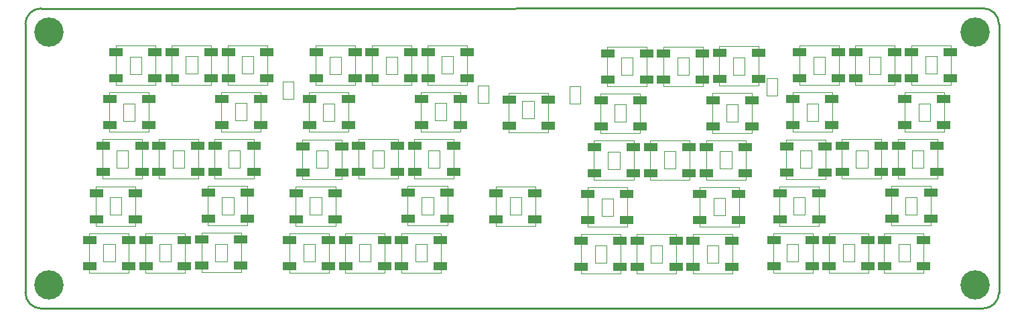
<source format=gts>
G04 Layer_Color=8388736*
%FSLAX42Y42*%
%MOMM*%
G71*
G01*
G75*
%ADD12C,0.25*%
%ADD13C,0.10*%
%ADD23R,1.70X1.10*%
%ADD24C,3.70*%
D12*
X12100Y0D02*
G03*
X12300Y200I0J200D01*
G01*
Y3600D02*
G03*
X12100Y3800I-200J-0D01*
G01*
X0Y200D02*
G03*
X200Y0I200J0D01*
G01*
X200Y3800D02*
G03*
X0Y3600I0J-200D01*
G01*
X12300Y200D02*
Y3600D01*
X200Y3794D02*
X12100Y3800D01*
X0Y200D02*
Y3600D01*
X200Y0D02*
X12100D01*
D13*
X5259Y2971D02*
X5404D01*
X5259Y3191D02*
X5404D01*
Y2971D02*
Y3191D01*
X5259Y2971D02*
Y3191D01*
X11608Y2236D02*
Y2736D01*
X11108Y2236D02*
Y2736D01*
X11608D01*
X11108Y2236D02*
X11608D01*
X11191Y2831D02*
Y3331D01*
X11691Y2831D02*
Y3331D01*
X11191Y2831D02*
X11691D01*
X11191Y3331D02*
X11691D01*
X10984Y2829D02*
Y3329D01*
X10484Y2829D02*
Y3329D01*
X10984D01*
X10484Y2829D02*
X10984D01*
X10317Y1641D02*
Y2141D01*
X10817Y1641D02*
Y2141D01*
X10317Y1641D02*
X10817D01*
X10317Y2141D02*
X10817D01*
X11024Y1642D02*
Y2142D01*
X11524Y1642D02*
Y2142D01*
X11024Y1642D02*
X11524D01*
X11024Y2142D02*
X11524D01*
X11441Y1048D02*
Y1548D01*
X10941Y1048D02*
Y1548D01*
X11441D01*
X10941Y1048D02*
X11441D01*
X11350Y450D02*
Y950D01*
X10850Y450D02*
Y950D01*
X11350D01*
X10850Y450D02*
X11350D01*
X10650D02*
Y950D01*
X10150Y450D02*
Y950D01*
X10650D01*
X10150Y450D02*
X10650D01*
X9450Y450D02*
Y950D01*
X9950Y450D02*
Y950D01*
X9450Y450D02*
X9950D01*
X9450Y950D02*
X9950D01*
X9527Y1045D02*
Y1545D01*
X10027Y1045D02*
Y1545D01*
X9527Y1045D02*
X10027D01*
X9527Y1545D02*
X10027D01*
X9610Y1639D02*
Y2139D01*
X10110Y1639D02*
Y2139D01*
X9610Y1639D02*
X10110D01*
X9610Y2139D02*
X10110D01*
X9694Y2233D02*
Y2733D01*
X10194Y2233D02*
Y2733D01*
X9694Y2233D02*
X10194D01*
X9694Y2733D02*
X10194D01*
X9777Y2827D02*
Y3327D01*
X10277Y2827D02*
Y3327D01*
X9777Y2827D02*
X10277D01*
X9777Y3327D02*
X10277D01*
X8559Y2816D02*
Y3316D01*
X8059Y2816D02*
Y3316D01*
X8559D01*
X8059Y2816D02*
X8559D01*
X8766Y2818D02*
Y3318D01*
X9266Y2818D02*
Y3318D01*
X8766Y2818D02*
X9266D01*
X8766Y3318D02*
X9266D01*
X9182Y2224D02*
Y2724D01*
X8682Y2224D02*
Y2724D01*
X9182D01*
X8682Y2224D02*
X9182D01*
X8599Y1630D02*
Y2130D01*
X9099Y1630D02*
Y2130D01*
X8599Y1630D02*
X9099D01*
X8599Y2130D02*
X9099D01*
X7892Y1628D02*
Y2128D01*
X8392Y1628D02*
Y2128D01*
X7892Y1628D02*
X8392D01*
X7892Y2128D02*
X8392D01*
X9015Y1035D02*
Y1535D01*
X8515Y1035D02*
Y1535D01*
X9015D01*
X8515Y1035D02*
X9015D01*
X8932Y441D02*
Y941D01*
X8432Y441D02*
Y941D01*
X8932D01*
X8432Y441D02*
X8932D01*
X8225Y440D02*
Y940D01*
X7725Y440D02*
Y940D01*
X8225D01*
X7725Y440D02*
X8225D01*
X7018Y438D02*
Y938D01*
X7518Y438D02*
Y938D01*
X7018Y438D02*
X7518D01*
X7018Y938D02*
X7518D01*
X7101Y1032D02*
Y1532D01*
X7601Y1032D02*
Y1532D01*
X7101Y1032D02*
X7601D01*
X7101Y1532D02*
X7601D01*
X7185Y1626D02*
Y2126D01*
X7685Y1626D02*
Y2126D01*
X7185Y1626D02*
X7685D01*
X7185Y2126D02*
X7685D01*
X7268Y2221D02*
Y2721D01*
X7768Y2221D02*
Y2721D01*
X7268Y2221D02*
X7768D01*
X7268Y2721D02*
X7768D01*
X7352Y2815D02*
Y3315D01*
X7852Y2815D02*
Y3315D01*
X7352Y2815D02*
X7852D01*
X7352Y3315D02*
X7852D01*
X6442Y1044D02*
Y1544D01*
X5942Y1044D02*
Y1544D01*
X6442D01*
X5942Y1044D02*
X6442D01*
X6109Y2232D02*
Y2732D01*
X6609Y2232D02*
Y2732D01*
X6109Y2232D02*
X6609D01*
X6109Y2732D02*
X6609D01*
X5498Y2237D02*
Y2737D01*
X4998Y2237D02*
Y2737D01*
X5498D01*
X4998Y2237D02*
X5498D01*
X5082Y2831D02*
Y3331D01*
X5582Y2831D02*
Y3331D01*
X5082Y2831D02*
X5582D01*
X5082Y3331D02*
X5582D01*
X4875Y2829D02*
Y3329D01*
X4375Y2829D02*
Y3329D01*
X4875D01*
X4375Y2829D02*
X4875D01*
X4915Y1642D02*
Y2142D01*
X5415Y1642D02*
Y2142D01*
X4915Y1642D02*
X5415D01*
X4915Y2142D02*
X5415D01*
X4208Y1641D02*
Y2141D01*
X4708Y1641D02*
Y2141D01*
X4208Y1641D02*
X4708D01*
X4208Y2141D02*
X4708D01*
X5331Y1048D02*
Y1548D01*
X4831Y1048D02*
Y1548D01*
X5331D01*
X4831Y1048D02*
X5331D01*
X5250Y450D02*
Y950D01*
X4750Y450D02*
Y950D01*
X5250D01*
X4750Y450D02*
X5250D01*
X4541Y453D02*
Y953D01*
X4041Y453D02*
Y953D01*
X4541D01*
X4041Y453D02*
X4541D01*
X3334Y451D02*
Y951D01*
X3834Y451D02*
Y951D01*
X3334Y451D02*
X3834D01*
X3334Y951D02*
X3834D01*
X3417Y1045D02*
Y1545D01*
X3917Y1045D02*
Y1545D01*
X3417Y1045D02*
X3917D01*
X3417Y1545D02*
X3917D01*
X3501Y1639D02*
Y2139D01*
X4001Y1639D02*
Y2139D01*
X3501Y1639D02*
X4001D01*
X3501Y2139D02*
X4001D01*
X3584Y2233D02*
Y2733D01*
X4084Y2233D02*
Y2733D01*
X3584Y2233D02*
X4084D01*
X3584Y2733D02*
X4084D01*
X3668Y2828D02*
Y3328D01*
X4168Y2828D02*
Y3328D01*
X3668Y2828D02*
X4168D01*
X3668Y3328D02*
X4168D01*
X2974Y2238D02*
Y2738D01*
X2474Y2238D02*
Y2738D01*
X2974D01*
X2474Y2238D02*
X2974D01*
X2558Y2832D02*
Y3332D01*
X3058Y2832D02*
Y3332D01*
X2558Y2832D02*
X3058D01*
X2558Y3332D02*
X3058D01*
X2350Y2831D02*
Y3331D01*
X1850Y2831D02*
Y3331D01*
X2350D01*
X1850Y2831D02*
X2350D01*
X1683Y1642D02*
Y2142D01*
X2183Y1642D02*
Y2142D01*
X1683Y1642D02*
X2183D01*
X1683Y2142D02*
X2183D01*
X2391Y1644D02*
Y2144D01*
X2891Y1644D02*
Y2144D01*
X2391Y1644D02*
X2891D01*
X2391Y2144D02*
X2891D01*
X2807Y1050D02*
Y1550D01*
X2307Y1050D02*
Y1550D01*
X2807D01*
X2307Y1050D02*
X2807D01*
X2724Y455D02*
Y955D01*
X2224Y455D02*
Y955D01*
X2724D01*
X2224Y455D02*
X2724D01*
X2016Y454D02*
Y954D01*
X1516Y454D02*
Y954D01*
X2016D01*
X1516Y454D02*
X2016D01*
X809Y452D02*
Y952D01*
X1309Y452D02*
Y952D01*
X809Y452D02*
X1309D01*
X809Y952D02*
X1309D01*
X893Y1046D02*
Y1546D01*
X1393Y1046D02*
Y1546D01*
X893Y1046D02*
X1393D01*
X893Y1546D02*
X1393D01*
X976Y1641D02*
Y2141D01*
X1476Y1641D02*
Y2141D01*
X976Y1641D02*
X1476D01*
X976Y2141D02*
X1476D01*
X1060Y2235D02*
Y2735D01*
X1560Y2235D02*
Y2735D01*
X1060Y2235D02*
X1560D01*
X1060Y2735D02*
X1560D01*
X1143Y2829D02*
Y3329D01*
X1643Y2829D02*
Y3329D01*
X1143Y2829D02*
X1643D01*
X1143Y3329D02*
X1643D01*
X10495Y2001D02*
X10640D01*
X10495Y1781D02*
X10640D01*
X10495D02*
Y2001D01*
X10640Y1781D02*
Y2001D01*
X11202Y1782D02*
X11347D01*
X11202Y2002D02*
X11347D01*
Y1782D02*
Y2002D01*
X11202Y1782D02*
Y2002D01*
X11118Y1408D02*
X11263D01*
X11118Y1188D02*
X11263D01*
X11118D02*
Y1408D01*
X11263Y1188D02*
Y1408D01*
X11369Y2971D02*
X11514D01*
X11369Y3191D02*
X11514D01*
Y2971D02*
Y3191D01*
X11369Y2971D02*
Y3191D01*
X10662Y3189D02*
X10807D01*
X10662Y2969D02*
X10807D01*
X10662D02*
Y3189D01*
X10807Y2969D02*
Y3189D01*
X11285Y2596D02*
X11430D01*
X11285Y2376D02*
X11430D01*
X11285D02*
Y2596D01*
X11430Y2376D02*
Y2596D01*
X9871Y2373D02*
X10016D01*
X9871Y2593D02*
X10016D01*
Y2373D02*
Y2593D01*
X9871Y2373D02*
Y2593D01*
X9788Y1779D02*
X9933D01*
X9788Y1999D02*
X9933D01*
Y1779D02*
Y1999D01*
X9788Y1779D02*
Y1999D01*
X9704Y1185D02*
X9849D01*
X9704Y1405D02*
X9849D01*
Y1185D02*
Y1405D01*
X9704Y1185D02*
Y1405D01*
X9621Y591D02*
X9766D01*
X9621Y811D02*
X9766D01*
Y591D02*
Y811D01*
X9621Y591D02*
Y811D01*
X10328Y812D02*
X10473D01*
X10328Y592D02*
X10473D01*
X10328D02*
Y812D01*
X10473Y592D02*
Y812D01*
X8860Y2584D02*
X9005D01*
X8860Y2364D02*
X9005D01*
X8860D02*
Y2584D01*
X9005Y2364D02*
Y2584D01*
X8943Y2958D02*
X9088D01*
X8943Y3178D02*
X9088D01*
Y2958D02*
Y3178D01*
X8943Y2958D02*
Y3178D01*
X9955Y2967D02*
X10100D01*
X9955Y3187D02*
X10100D01*
Y2967D02*
Y3187D01*
X9955Y2967D02*
Y3187D01*
X8236Y3176D02*
X8381D01*
X8236Y2956D02*
X8381D01*
X8236D02*
Y3176D01*
X8381Y2956D02*
Y3176D01*
X8069Y1988D02*
X8214D01*
X8069Y1768D02*
X8214D01*
X8069D02*
Y1988D01*
X8214Y1768D02*
Y1988D01*
X8776Y1770D02*
X8921D01*
X8776Y1990D02*
X8921D01*
Y1770D02*
Y1990D01*
X8776Y1770D02*
Y1990D01*
X8693Y1175D02*
X8838D01*
X8693Y1395D02*
X8838D01*
Y1175D02*
Y1395D01*
X8693Y1175D02*
Y1395D01*
X11035Y814D02*
X11180D01*
X11035Y594D02*
X11180D01*
X11035D02*
Y814D01*
X11180Y594D02*
Y814D01*
X8609Y801D02*
X8754D01*
X8609Y581D02*
X8754D01*
X8609D02*
Y801D01*
X8754Y581D02*
Y801D01*
X7902Y800D02*
X8047D01*
X7902Y580D02*
X8047D01*
X7902D02*
Y800D01*
X8047Y580D02*
Y800D01*
X7195Y578D02*
X7340D01*
X7195Y798D02*
X7340D01*
Y578D02*
Y798D01*
X7195Y578D02*
Y798D01*
X7279Y1172D02*
X7424D01*
X7279Y1392D02*
X7424D01*
Y1172D02*
Y1392D01*
X7279Y1172D02*
Y1392D01*
X7362Y1766D02*
X7507D01*
X7362Y1986D02*
X7507D01*
Y1766D02*
Y1986D01*
X7362Y1766D02*
Y1986D01*
X7446Y2361D02*
X7591D01*
X7446Y2581D02*
X7591D01*
Y2361D02*
Y2581D01*
X7446Y2361D02*
Y2581D01*
X7529Y2955D02*
X7674D01*
X7529Y3175D02*
X7674D01*
Y2955D02*
Y3175D01*
X7529Y2955D02*
Y3175D01*
X6119Y1404D02*
X6264D01*
X6119Y1184D02*
X6264D01*
X6119D02*
Y1404D01*
X6264Y1184D02*
Y1404D01*
X6279Y2403D02*
X6424D01*
X6279Y2623D02*
X6424D01*
Y2403D02*
Y2623D01*
X6279Y2403D02*
Y2623D01*
X5176Y2377D02*
X5321D01*
X5176Y2597D02*
X5321D01*
Y2377D02*
Y2597D01*
X5176Y2377D02*
Y2597D01*
X4552Y3189D02*
X4697D01*
X4552Y2969D02*
X4697D01*
X4552D02*
Y3189D01*
X4697Y2969D02*
Y3189D01*
X4385Y2001D02*
X4530D01*
X4385Y1781D02*
X4530D01*
X4385D02*
Y2001D01*
X4530Y1781D02*
Y2001D01*
X5092Y1782D02*
X5237D01*
X5092Y2002D02*
X5237D01*
Y1782D02*
Y2002D01*
X5092Y1782D02*
Y2002D01*
X5009Y1188D02*
X5154D01*
X5009Y1408D02*
X5154D01*
Y1188D02*
Y1408D01*
X5009Y1188D02*
Y1408D01*
X4925Y814D02*
X5070D01*
X4925Y594D02*
X5070D01*
X4925D02*
Y814D01*
X5070Y594D02*
Y814D01*
X4218Y813D02*
X4363D01*
X4218Y593D02*
X4363D01*
X4218D02*
Y813D01*
X4363Y593D02*
Y813D01*
X3511Y591D02*
X3656D01*
X3511Y811D02*
X3656D01*
Y591D02*
Y811D01*
X3511Y591D02*
Y811D01*
X3595Y1185D02*
X3740D01*
X3595Y1405D02*
X3740D01*
Y1185D02*
Y1405D01*
X3595Y1185D02*
Y1405D01*
X3678Y1779D02*
X3823D01*
X3678Y1999D02*
X3823D01*
Y1779D02*
Y1999D01*
X3678Y1779D02*
Y1999D01*
X3762Y2373D02*
X3907D01*
X3762Y2593D02*
X3907D01*
Y2373D02*
Y2593D01*
X3762Y2373D02*
Y2593D01*
X3845Y2968D02*
X3990D01*
X3845Y3188D02*
X3990D01*
Y2968D02*
Y3188D01*
X3845Y2968D02*
Y3188D01*
X2735Y2972D02*
X2880D01*
X2735Y3192D02*
X2880D01*
Y2972D02*
Y3192D01*
X2735Y2972D02*
Y3192D01*
X2652Y2378D02*
X2797D01*
X2652Y2598D02*
X2797D01*
Y2378D02*
Y2598D01*
X2652Y2378D02*
Y2598D01*
X2028Y3191D02*
X2173D01*
X2028Y2971D02*
X2173D01*
X2028D02*
Y3191D01*
X2173Y2971D02*
Y3191D01*
X1861Y2002D02*
X2006D01*
X1861Y1782D02*
X2006D01*
X1861D02*
Y2002D01*
X2006Y1782D02*
Y2002D01*
X1237Y2375D02*
X1382D01*
X1237Y2595D02*
X1382D01*
Y2375D02*
Y2595D01*
X1237Y2375D02*
Y2595D01*
X2568Y1784D02*
X2713D01*
X2568Y2004D02*
X2713D01*
Y1784D02*
Y2004D01*
X2568Y1784D02*
Y2004D01*
X2485Y1190D02*
X2630D01*
X2485Y1410D02*
X2630D01*
Y1190D02*
Y1410D01*
X2485Y1190D02*
Y1410D01*
X2401Y815D02*
X2546D01*
X2401Y595D02*
X2546D01*
X2401D02*
Y815D01*
X2546Y595D02*
Y815D01*
X1070Y1186D02*
X1215D01*
X1070Y1406D02*
X1215D01*
Y1186D02*
Y1406D01*
X1070Y1186D02*
Y1406D01*
X1694Y814D02*
X1839D01*
X1694Y594D02*
X1839D01*
X1694D02*
Y814D01*
X1839Y594D02*
Y814D01*
X987Y592D02*
X1132D01*
X987Y812D02*
X1132D01*
Y592D02*
Y812D01*
X987Y592D02*
Y812D01*
X1154Y1781D02*
X1299D01*
X1154Y2001D02*
X1299D01*
Y1781D02*
Y2001D01*
X1154Y1781D02*
Y2001D01*
X1321Y2969D02*
X1466D01*
X1321Y3189D02*
X1466D01*
Y2969D02*
Y3189D01*
X1321Y2969D02*
Y3189D01*
X3250Y2648D02*
X3385D01*
X3250Y2868D02*
X3385D01*
Y2648D02*
Y2868D01*
X3250Y2648D02*
Y2868D01*
X5718Y2604D02*
X5853D01*
X5718Y2824D02*
X5853D01*
Y2604D02*
Y2824D01*
X5718Y2604D02*
Y2824D01*
X6877Y2813D02*
X7012D01*
X6877Y2593D02*
X7012D01*
X6877D02*
Y2813D01*
X7012Y2593D02*
Y2813D01*
X9366Y2917D02*
X9501D01*
X9366Y2697D02*
X9501D01*
X9366D02*
Y2917D01*
X9501Y2697D02*
Y2917D01*
D23*
X11113Y2321D02*
D03*
Y2651D02*
D03*
X11603D02*
D03*
Y2321D02*
D03*
X11686Y3246D02*
D03*
Y2916D02*
D03*
X11196D02*
D03*
Y3246D02*
D03*
X10489Y2914D02*
D03*
Y3244D02*
D03*
X10979D02*
D03*
Y2914D02*
D03*
X10812Y2056D02*
D03*
Y1726D02*
D03*
X10322D02*
D03*
Y2056D02*
D03*
X11519Y2057D02*
D03*
Y1727D02*
D03*
X11029D02*
D03*
Y2057D02*
D03*
X10946Y1133D02*
D03*
Y1463D02*
D03*
X11436D02*
D03*
Y1133D02*
D03*
X10855Y535D02*
D03*
Y865D02*
D03*
X11345D02*
D03*
Y535D02*
D03*
X10155D02*
D03*
Y865D02*
D03*
X10645D02*
D03*
Y535D02*
D03*
X9945Y865D02*
D03*
Y535D02*
D03*
X9455D02*
D03*
Y865D02*
D03*
X10022Y1460D02*
D03*
Y1130D02*
D03*
X9532D02*
D03*
Y1460D02*
D03*
X10105Y2054D02*
D03*
Y1724D02*
D03*
X9615D02*
D03*
Y2054D02*
D03*
X10189Y2648D02*
D03*
Y2318D02*
D03*
X9699D02*
D03*
Y2648D02*
D03*
X10272Y3242D02*
D03*
Y2912D02*
D03*
X9782D02*
D03*
Y3242D02*
D03*
X8064Y2901D02*
D03*
Y3231D02*
D03*
X8554D02*
D03*
Y2901D02*
D03*
X9261Y3233D02*
D03*
Y2903D02*
D03*
X8771D02*
D03*
Y3233D02*
D03*
X8687Y2309D02*
D03*
Y2639D02*
D03*
X9177D02*
D03*
Y2309D02*
D03*
X9094Y2045D02*
D03*
Y1715D02*
D03*
X8604D02*
D03*
Y2045D02*
D03*
X8387Y2043D02*
D03*
Y1713D02*
D03*
X7897D02*
D03*
Y2043D02*
D03*
X8520Y1120D02*
D03*
Y1450D02*
D03*
X9010D02*
D03*
Y1120D02*
D03*
X8437Y526D02*
D03*
Y856D02*
D03*
X8927D02*
D03*
Y526D02*
D03*
X7730Y525D02*
D03*
Y855D02*
D03*
X8220D02*
D03*
Y525D02*
D03*
X7513Y853D02*
D03*
Y523D02*
D03*
X7023D02*
D03*
Y853D02*
D03*
X7596Y1447D02*
D03*
Y1117D02*
D03*
X7106D02*
D03*
Y1447D02*
D03*
X7680Y2041D02*
D03*
Y1711D02*
D03*
X7190D02*
D03*
Y2041D02*
D03*
X7763Y2636D02*
D03*
Y2306D02*
D03*
X7273D02*
D03*
Y2636D02*
D03*
X7847Y3230D02*
D03*
Y2900D02*
D03*
X7357D02*
D03*
Y3230D02*
D03*
X5947Y1129D02*
D03*
Y1459D02*
D03*
X6437D02*
D03*
Y1129D02*
D03*
X6604Y2647D02*
D03*
Y2317D02*
D03*
X6114D02*
D03*
Y2647D02*
D03*
X5003Y2322D02*
D03*
Y2652D02*
D03*
X5493D02*
D03*
Y2322D02*
D03*
X5577Y3246D02*
D03*
Y2916D02*
D03*
X5087D02*
D03*
Y3246D02*
D03*
X4380Y2914D02*
D03*
Y3244D02*
D03*
X4870D02*
D03*
Y2914D02*
D03*
X5410Y2057D02*
D03*
Y1727D02*
D03*
X4920D02*
D03*
Y2057D02*
D03*
X4703Y2056D02*
D03*
Y1726D02*
D03*
X4213D02*
D03*
Y2056D02*
D03*
X4836Y1133D02*
D03*
Y1463D02*
D03*
X5326D02*
D03*
Y1133D02*
D03*
X4755Y535D02*
D03*
Y865D02*
D03*
X5245D02*
D03*
Y535D02*
D03*
X4046Y538D02*
D03*
Y868D02*
D03*
X4536D02*
D03*
Y538D02*
D03*
X3829Y866D02*
D03*
Y536D02*
D03*
X3339D02*
D03*
Y866D02*
D03*
X3912Y1460D02*
D03*
Y1130D02*
D03*
X3422D02*
D03*
Y1460D02*
D03*
X3996Y2054D02*
D03*
Y1724D02*
D03*
X3506D02*
D03*
Y2054D02*
D03*
X4079Y2648D02*
D03*
Y2318D02*
D03*
X3589D02*
D03*
Y2648D02*
D03*
X4163Y3243D02*
D03*
Y2913D02*
D03*
X3673D02*
D03*
Y3243D02*
D03*
X2479Y2323D02*
D03*
Y2653D02*
D03*
X2969D02*
D03*
Y2323D02*
D03*
X3053Y3247D02*
D03*
Y2917D02*
D03*
X2563D02*
D03*
Y3247D02*
D03*
X1855Y2916D02*
D03*
Y3246D02*
D03*
X2345D02*
D03*
Y2916D02*
D03*
X2178Y2057D02*
D03*
Y1727D02*
D03*
X1688D02*
D03*
Y2057D02*
D03*
X2886Y2059D02*
D03*
Y1729D02*
D03*
X2396D02*
D03*
Y2059D02*
D03*
X2312Y1135D02*
D03*
Y1465D02*
D03*
X2802D02*
D03*
Y1135D02*
D03*
X2229Y540D02*
D03*
Y870D02*
D03*
X2719D02*
D03*
Y540D02*
D03*
X1521Y539D02*
D03*
Y869D02*
D03*
X2011D02*
D03*
Y539D02*
D03*
X1304Y867D02*
D03*
Y537D02*
D03*
X814D02*
D03*
Y867D02*
D03*
X1388Y1461D02*
D03*
Y1131D02*
D03*
X898D02*
D03*
Y1461D02*
D03*
X1471Y2056D02*
D03*
Y1726D02*
D03*
X981D02*
D03*
Y2056D02*
D03*
X1555Y2650D02*
D03*
Y2320D02*
D03*
X1065D02*
D03*
Y2650D02*
D03*
X1638Y3244D02*
D03*
Y2914D02*
D03*
X1148D02*
D03*
Y3244D02*
D03*
D24*
X12000Y3500D02*
D03*
Y300D02*
D03*
X300Y3500D02*
D03*
Y300D02*
D03*
M02*

</source>
